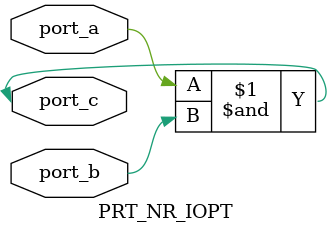
<source format=v>
module PRT_NR_IOPT (port_a, port_b, port_c);
   input port_a, port_b;
   inout port_c;
   assign port_c = port_a & port_b;
endmodule


</source>
